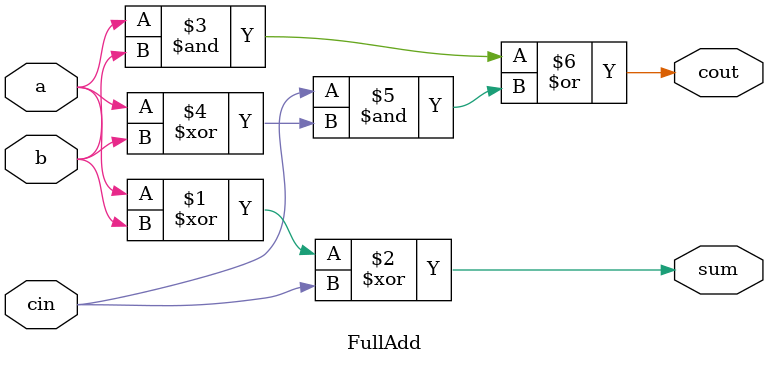
<source format=v>
module FullAdd (
    input a, b, cin,
    output cout, sum
);
    assign sum = a ^ b ^ cin;
    assign cout = (a & b) | cin & (a ^ b);
endmodule
</source>
